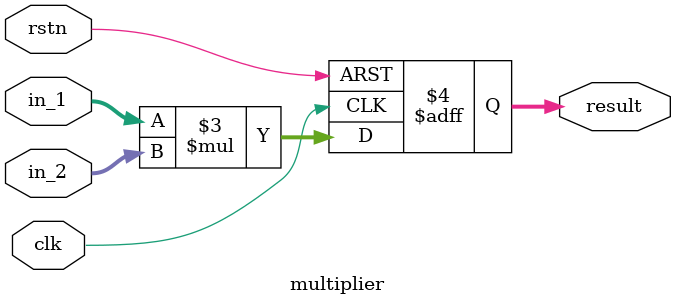
<source format=v>
`define DATA_WIDTH 32

module multiplier(clk, rstn, in_1, in_2, result);
    input clk;
    input rstn;
    input [`DATA_WIDTH - 1 : 0] in_1;
    input [`DATA_WIDTH - 1 : 0] in_2;
    output [`DATA_WIDTH - 1 : 0] result;
    
    reg [`DATA_WIDTH - 1 : 0] result;
    
    always@(posedge clk or negedge rstn) begin
        if(!rstn) begin
            result <= 0;
        end
        else begin
            result <= in_1 * in_2;
        end
    end

endmodule

</source>
